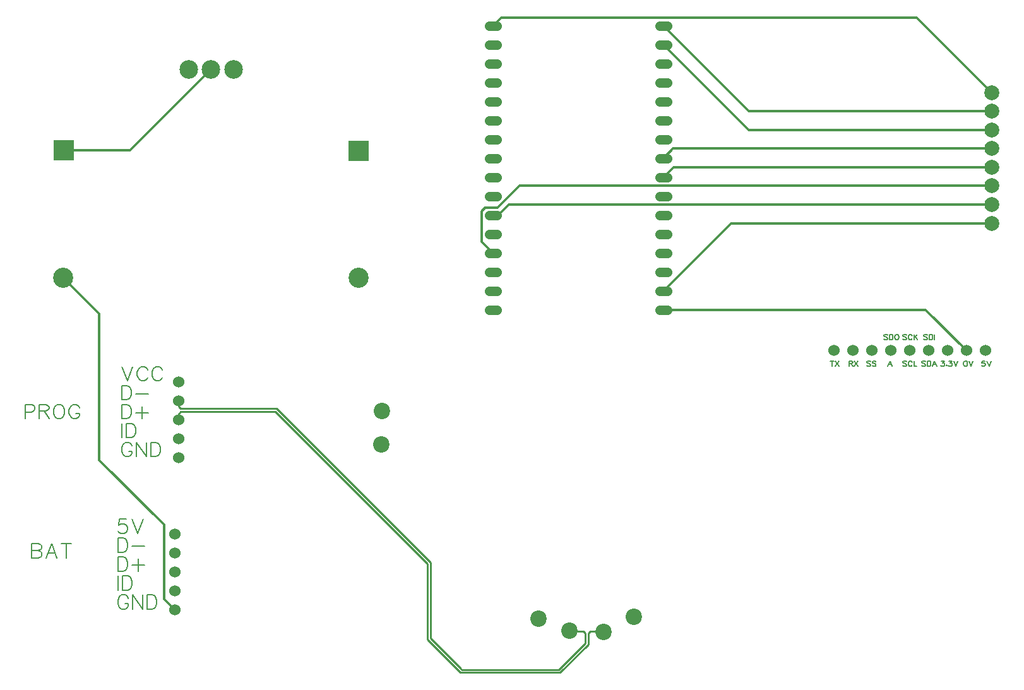
<source format=gtl>
G04 Layer: TopLayer*
G04 EasyEDA v6.3.43, 2020-05-15T22:20:22+02:00*
G04 2a45f1baba6d49658d6ac03e146227c1,5baed10d790843e69a81d1d62c5cb733,10*
G04 Gerber Generator version 0.2*
G04 Scale: 100 percent, Rotated: No, Reflected: No *
G04 Dimensions in millimeters *
G04 leading zeros omitted , absolute positions ,3 integer and 3 decimal *
%FSLAX33Y33*%
%MOMM*%
G90*
G71D02*

%ADD10C,0.254000*%
%ADD11C,0.299999*%
%ADD12C,0.203200*%
%ADD13C,0.152400*%
%ADD14C,1.524000*%
%ADD15C,2.499995*%
%ADD16C,2.199996*%
%ADD17C,1.999996*%
%ADD18C,2.700020*%
%ADD19R,2.700020X2.700020*%
%ADD20C,1.270000*%

%LPD*%
G54D10*
G01X26543Y37084D02*
G01X26543Y37866D01*
G01X26827Y38151D01*
G01X27843Y38151D01*
G01X39506Y38151D01*
G01X51520Y26137D01*
G01X59919Y17738D01*
G01X59919Y13335D01*
G01X59919Y7578D01*
G01X63983Y3514D01*
G01X64336Y3161D01*
G01X77675Y3161D01*
G01X81467Y6952D01*
G01X81467Y8131D01*
G01X81475Y8409D01*
G01X81767Y8685D01*
G01X83566Y8636D01*
G01X26543Y39624D02*
G01X26543Y38841D01*
G01X26827Y38556D01*
G01X27843Y38556D01*
G01X39675Y38556D01*
G01X51689Y26543D01*
G01X60325Y17906D01*
G01X60325Y13335D01*
G01X60325Y7747D01*
G01X64389Y3683D01*
G01X64505Y3566D01*
G01X77507Y3566D01*
G01X81061Y7120D01*
G01X81061Y8136D01*
G01X81069Y8421D01*
G01X80792Y8713D01*
G01X78994Y8763D01*
G54D11*
G01X135646Y65938D02*
G01X70840Y65938D01*
G01X69418Y64516D01*
G01X68707Y64516D01*
G01X68707Y59436D02*
G01X67190Y60952D01*
G01X67190Y65031D01*
G01X67663Y65504D01*
G01X69314Y65504D01*
G01X72252Y68440D01*
G01X135646Y68440D01*
G01X135646Y63439D02*
G01X100650Y63439D01*
G01X91567Y54356D01*
G01X135646Y75938D02*
G01X103004Y75938D01*
G01X91567Y87376D01*
G01X135646Y73439D02*
G01X92870Y73439D01*
G01X91567Y72136D01*
G01X135646Y70939D02*
G01X92910Y70939D01*
G01X91567Y69596D01*
G01X11107Y73197D02*
G01X20045Y73197D01*
G01X30894Y84046D01*
G01X11076Y56116D02*
G01X15923Y51269D01*
G01X15923Y31663D01*
G01X24610Y22976D01*
G01X24610Y12981D01*
G01X26035Y11557D01*
G01X135646Y80939D02*
G01X125544Y91038D01*
G01X69832Y91038D01*
G01X68707Y89916D01*
G01X91567Y89916D02*
G01X103042Y78440D01*
G01X135646Y78440D01*
G01X132207Y46355D02*
G01X126746Y51816D01*
G01X91567Y51816D01*
G54D12*
G01X6858Y20464D02*
G01X6858Y18526D01*
G01X6858Y20464D02*
G01X7688Y20464D01*
G01X7965Y20373D01*
G01X8059Y20281D01*
G01X8150Y20096D01*
G01X8150Y19911D01*
G01X8059Y19725D01*
G01X7965Y19634D01*
G01X7688Y19542D01*
G01X6858Y19542D02*
G01X7688Y19542D01*
G01X7965Y19448D01*
G01X8059Y19357D01*
G01X8150Y19171D01*
G01X8150Y18895D01*
G01X8059Y18709D01*
G01X7965Y18618D01*
G01X7688Y18526D01*
G01X6858Y18526D01*
G01X9499Y20464D02*
G01X8760Y18526D01*
G01X9499Y20464D02*
G01X10238Y18526D01*
G01X9037Y19171D02*
G01X9961Y19171D01*
G01X11493Y20464D02*
G01X11493Y18526D01*
G01X10848Y20464D02*
G01X12141Y20464D01*
G01X5969Y39133D02*
G01X5969Y37195D01*
G01X5969Y39133D02*
G01X6799Y39133D01*
G01X7076Y39042D01*
G01X7170Y38950D01*
G01X7261Y38765D01*
G01X7261Y38488D01*
G01X7170Y38303D01*
G01X7076Y38211D01*
G01X6799Y38117D01*
G01X5969Y38117D01*
G01X7871Y39133D02*
G01X7871Y37195D01*
G01X7871Y39133D02*
G01X8702Y39133D01*
G01X8978Y39042D01*
G01X9072Y38950D01*
G01X9164Y38765D01*
G01X9164Y38580D01*
G01X9072Y38394D01*
G01X8978Y38303D01*
G01X8702Y38211D01*
G01X7871Y38211D01*
G01X8519Y38211D02*
G01X9164Y37195D01*
G01X10327Y39133D02*
G01X10144Y39042D01*
G01X9959Y38856D01*
G01X9867Y38671D01*
G01X9773Y38394D01*
G01X9773Y37934D01*
G01X9867Y37655D01*
G01X9959Y37472D01*
G01X10144Y37287D01*
G01X10327Y37195D01*
G01X10698Y37195D01*
G01X10883Y37287D01*
G01X11066Y37472D01*
G01X11160Y37655D01*
G01X11252Y37934D01*
G01X11252Y38394D01*
G01X11160Y38671D01*
G01X11066Y38856D01*
G01X10883Y39042D01*
G01X10698Y39133D01*
G01X10327Y39133D01*
G01X13246Y38671D02*
G01X13154Y38856D01*
G01X12969Y39042D01*
G01X12786Y39133D01*
G01X12415Y39133D01*
G01X12230Y39042D01*
G01X12047Y38856D01*
G01X11953Y38671D01*
G01X11861Y38394D01*
G01X11861Y37934D01*
G01X11953Y37655D01*
G01X12047Y37472D01*
G01X12230Y37287D01*
G01X12415Y37195D01*
G01X12786Y37195D01*
G01X12969Y37287D01*
G01X13154Y37472D01*
G01X13246Y37655D01*
G01X13246Y37934D01*
G01X12786Y37934D02*
G01X13246Y37934D01*
G01X19522Y23766D02*
G01X18600Y23766D01*
G01X18506Y22936D01*
G01X18600Y23027D01*
G01X18877Y23121D01*
G01X19154Y23121D01*
G01X19431Y23027D01*
G01X19616Y22844D01*
G01X19707Y22567D01*
G01X19707Y22382D01*
G01X19616Y22105D01*
G01X19431Y21920D01*
G01X19154Y21828D01*
G01X18877Y21828D01*
G01X18600Y21920D01*
G01X18506Y22011D01*
G01X18415Y22197D01*
G01X20317Y23766D02*
G01X21056Y21828D01*
G01X21795Y23766D02*
G01X21056Y21828D01*
G01X18415Y21226D02*
G01X18415Y19288D01*
G01X18415Y21226D02*
G01X19062Y21226D01*
G01X19339Y21135D01*
G01X19522Y20949D01*
G01X19616Y20764D01*
G01X19707Y20487D01*
G01X19707Y20027D01*
G01X19616Y19748D01*
G01X19522Y19565D01*
G01X19339Y19380D01*
G01X19062Y19288D01*
G01X18415Y19288D01*
G01X20317Y20119D02*
G01X21981Y20119D01*
G01X18415Y18686D02*
G01X18415Y16748D01*
G01X18415Y18686D02*
G01X19062Y18686D01*
G01X19339Y18595D01*
G01X19522Y18409D01*
G01X19616Y18224D01*
G01X19707Y17947D01*
G01X19707Y17487D01*
G01X19616Y17208D01*
G01X19522Y17025D01*
G01X19339Y16840D01*
G01X19062Y16748D01*
G01X18415Y16748D01*
G01X21148Y18409D02*
G01X21148Y16748D01*
G01X20317Y17579D02*
G01X21981Y17579D01*
G01X18415Y16146D02*
G01X18415Y14208D01*
G01X19024Y16146D02*
G01X19024Y14208D01*
G01X19024Y16146D02*
G01X19672Y16146D01*
G01X19949Y16055D01*
G01X20132Y15869D01*
G01X20226Y15684D01*
G01X20317Y15407D01*
G01X20317Y14947D01*
G01X20226Y14668D01*
G01X20132Y14485D01*
G01X19949Y14300D01*
G01X19672Y14208D01*
G01X19024Y14208D01*
G01X19799Y13144D02*
G01X19707Y13329D01*
G01X19522Y13515D01*
G01X19339Y13606D01*
G01X18968Y13606D01*
G01X18783Y13515D01*
G01X18600Y13329D01*
G01X18506Y13144D01*
G01X18415Y12867D01*
G01X18415Y12407D01*
G01X18506Y12128D01*
G01X18600Y11945D01*
G01X18783Y11760D01*
G01X18968Y11668D01*
G01X19339Y11668D01*
G01X19522Y11760D01*
G01X19707Y11945D01*
G01X19799Y12128D01*
G01X19799Y12407D01*
G01X19339Y12407D02*
G01X19799Y12407D01*
G01X20408Y13606D02*
G01X20408Y11668D01*
G01X20408Y13606D02*
G01X21704Y11668D01*
G01X21704Y13606D02*
G01X21704Y11668D01*
G01X22313Y13606D02*
G01X22313Y11668D01*
G01X22313Y13606D02*
G01X22959Y13606D01*
G01X23235Y13515D01*
G01X23421Y13329D01*
G01X23512Y13144D01*
G01X23606Y12867D01*
G01X23606Y12407D01*
G01X23512Y12128D01*
G01X23421Y11945D01*
G01X23235Y11760D01*
G01X22959Y11668D01*
G01X22313Y11668D01*
G01X18923Y44213D02*
G01X19662Y42275D01*
G01X20401Y44213D02*
G01X19662Y42275D01*
G01X22395Y43751D02*
G01X22303Y43936D01*
G01X22118Y44122D01*
G01X21932Y44213D01*
G01X21564Y44213D01*
G01X21379Y44122D01*
G01X21196Y43936D01*
G01X21102Y43751D01*
G01X21010Y43474D01*
G01X21010Y43014D01*
G01X21102Y42735D01*
G01X21196Y42552D01*
G01X21379Y42367D01*
G01X21564Y42275D01*
G01X21932Y42275D01*
G01X22118Y42367D01*
G01X22303Y42552D01*
G01X22395Y42735D01*
G01X24391Y43751D02*
G01X24297Y43936D01*
G01X24114Y44122D01*
G01X23929Y44213D01*
G01X23558Y44213D01*
G01X23375Y44122D01*
G01X23190Y43936D01*
G01X23098Y43751D01*
G01X23004Y43474D01*
G01X23004Y43014D01*
G01X23098Y42735D01*
G01X23190Y42552D01*
G01X23375Y42367D01*
G01X23558Y42275D01*
G01X23929Y42275D01*
G01X24114Y42367D01*
G01X24297Y42552D01*
G01X24391Y42735D01*
G01X18923Y41673D02*
G01X18923Y39735D01*
G01X18923Y41673D02*
G01X19570Y41673D01*
G01X19847Y41582D01*
G01X20030Y41396D01*
G01X20124Y41211D01*
G01X20215Y40934D01*
G01X20215Y40474D01*
G01X20124Y40195D01*
G01X20030Y40012D01*
G01X19847Y39827D01*
G01X19570Y39735D01*
G01X18923Y39735D01*
G01X20825Y40566D02*
G01X22489Y40566D01*
G01X18923Y39133D02*
G01X18923Y37195D01*
G01X18923Y39133D02*
G01X19570Y39133D01*
G01X19847Y39042D01*
G01X20030Y38856D01*
G01X20124Y38671D01*
G01X20215Y38394D01*
G01X20215Y37934D01*
G01X20124Y37655D01*
G01X20030Y37472D01*
G01X19847Y37287D01*
G01X19570Y37195D01*
G01X18923Y37195D01*
G01X21656Y38856D02*
G01X21656Y37195D01*
G01X20825Y38026D02*
G01X22489Y38026D01*
G01X18923Y36593D02*
G01X18923Y34655D01*
G01X19532Y36593D02*
G01X19532Y34655D01*
G01X19532Y36593D02*
G01X20180Y36593D01*
G01X20457Y36502D01*
G01X20640Y36316D01*
G01X20734Y36131D01*
G01X20825Y35854D01*
G01X20825Y35394D01*
G01X20734Y35115D01*
G01X20640Y34932D01*
G01X20457Y34747D01*
G01X20180Y34655D01*
G01X19532Y34655D01*
G01X20307Y33591D02*
G01X20215Y33776D01*
G01X20030Y33962D01*
G01X19847Y34053D01*
G01X19476Y34053D01*
G01X19291Y33962D01*
G01X19108Y33776D01*
G01X19014Y33591D01*
G01X18923Y33314D01*
G01X18923Y32854D01*
G01X19014Y32575D01*
G01X19108Y32392D01*
G01X19291Y32207D01*
G01X19476Y32115D01*
G01X19847Y32115D01*
G01X20030Y32207D01*
G01X20215Y32392D01*
G01X20307Y32575D01*
G01X20307Y32854D01*
G01X19847Y32854D02*
G01X20307Y32854D01*
G01X20916Y34053D02*
G01X20916Y32115D01*
G01X20916Y34053D02*
G01X22212Y32115D01*
G01X22212Y34053D02*
G01X22212Y32115D01*
G01X22821Y34053D02*
G01X22821Y32115D01*
G01X22821Y34053D02*
G01X23467Y34053D01*
G01X23743Y33962D01*
G01X23929Y33776D01*
G01X24020Y33591D01*
G01X24114Y33314D01*
G01X24114Y32854D01*
G01X24020Y32575D01*
G01X23929Y32392D01*
G01X23743Y32207D01*
G01X23467Y32115D01*
G01X22821Y32115D01*
G54D13*
G01X134655Y44965D02*
G01X134307Y44965D01*
G01X134274Y44653D01*
G01X134307Y44688D01*
G01X134411Y44721D01*
G01X134515Y44721D01*
G01X134620Y44688D01*
G01X134688Y44617D01*
G01X134724Y44513D01*
G01X134724Y44444D01*
G01X134688Y44340D01*
G01X134620Y44272D01*
G01X134515Y44236D01*
G01X134411Y44236D01*
G01X134307Y44272D01*
G01X134274Y44307D01*
G01X134239Y44376D01*
G01X134952Y44965D02*
G01X135229Y44236D01*
G01X135506Y44965D02*
G01X135229Y44236D01*
G01X132034Y44965D02*
G01X131930Y44930D01*
G01X131861Y44825D01*
G01X131826Y44653D01*
G01X131826Y44549D01*
G01X131861Y44376D01*
G01X131930Y44272D01*
G01X132034Y44236D01*
G01X132102Y44236D01*
G01X132207Y44272D01*
G01X132275Y44376D01*
G01X132311Y44549D01*
G01X132311Y44653D01*
G01X132275Y44825D01*
G01X132207Y44930D01*
G01X132102Y44965D01*
G01X132034Y44965D01*
G01X132539Y44965D02*
G01X132816Y44236D01*
G01X133093Y44965D02*
G01X132816Y44236D01*
G01X128846Y44965D02*
G01X129227Y44965D01*
G01X129019Y44688D01*
G01X129123Y44688D01*
G01X129194Y44653D01*
G01X129227Y44617D01*
G01X129263Y44513D01*
G01X129263Y44444D01*
G01X129227Y44340D01*
G01X129159Y44272D01*
G01X129054Y44236D01*
G01X128950Y44236D01*
G01X128846Y44272D01*
G01X128813Y44307D01*
G01X128778Y44376D01*
G01X129527Y44411D02*
G01X129491Y44376D01*
G01X129527Y44340D01*
G01X129560Y44376D01*
G01X129527Y44411D01*
G01X129857Y44965D02*
G01X130238Y44965D01*
G01X130032Y44688D01*
G01X130136Y44688D01*
G01X130205Y44653D01*
G01X130238Y44617D01*
G01X130274Y44513D01*
G01X130274Y44444D01*
G01X130238Y44340D01*
G01X130169Y44272D01*
G01X130065Y44236D01*
G01X129961Y44236D01*
G01X129857Y44272D01*
G01X129824Y44307D01*
G01X129788Y44376D01*
G01X130502Y44965D02*
G01X130779Y44236D01*
G01X131056Y44965D02*
G01X130779Y44236D01*
G01X126723Y44861D02*
G01X126654Y44930D01*
G01X126550Y44965D01*
G01X126410Y44965D01*
G01X126306Y44930D01*
G01X126238Y44861D01*
G01X126238Y44792D01*
G01X126273Y44721D01*
G01X126306Y44688D01*
G01X126377Y44653D01*
G01X126583Y44584D01*
G01X126654Y44549D01*
G01X126687Y44513D01*
G01X126723Y44444D01*
G01X126723Y44340D01*
G01X126654Y44272D01*
G01X126550Y44236D01*
G01X126410Y44236D01*
G01X126306Y44272D01*
G01X126238Y44340D01*
G01X126951Y44965D02*
G01X126951Y44236D01*
G01X126951Y44965D02*
G01X127193Y44965D01*
G01X127297Y44930D01*
G01X127368Y44861D01*
G01X127401Y44792D01*
G01X127436Y44688D01*
G01X127436Y44513D01*
G01X127401Y44411D01*
G01X127368Y44340D01*
G01X127297Y44272D01*
G01X127193Y44236D01*
G01X126951Y44236D01*
G01X127942Y44965D02*
G01X127665Y44236D01*
G01X127942Y44965D02*
G01X128219Y44236D01*
G01X127769Y44480D02*
G01X128115Y44480D01*
G01X126977Y48417D02*
G01X126908Y48486D01*
G01X126804Y48521D01*
G01X126664Y48521D01*
G01X126560Y48486D01*
G01X126492Y48417D01*
G01X126492Y48348D01*
G01X126527Y48277D01*
G01X126560Y48244D01*
G01X126631Y48209D01*
G01X126837Y48140D01*
G01X126908Y48105D01*
G01X126941Y48069D01*
G01X126977Y48000D01*
G01X126977Y47896D01*
G01X126908Y47828D01*
G01X126804Y47792D01*
G01X126664Y47792D01*
G01X126560Y47828D01*
G01X126492Y47896D01*
G01X127205Y48521D02*
G01X127205Y47792D01*
G01X127205Y48521D02*
G01X127447Y48521D01*
G01X127551Y48486D01*
G01X127622Y48417D01*
G01X127655Y48348D01*
G01X127690Y48244D01*
G01X127690Y48069D01*
G01X127655Y47967D01*
G01X127622Y47896D01*
G01X127551Y47828D01*
G01X127447Y47792D01*
G01X127205Y47792D01*
G01X127919Y48521D02*
G01X127919Y47792D01*
G01X124183Y48417D02*
G01X124114Y48486D01*
G01X124010Y48521D01*
G01X123870Y48521D01*
G01X123766Y48486D01*
G01X123698Y48417D01*
G01X123698Y48348D01*
G01X123733Y48277D01*
G01X123766Y48244D01*
G01X123837Y48209D01*
G01X124043Y48140D01*
G01X124114Y48105D01*
G01X124147Y48069D01*
G01X124183Y48000D01*
G01X124183Y47896D01*
G01X124114Y47828D01*
G01X124010Y47792D01*
G01X123870Y47792D01*
G01X123766Y47828D01*
G01X123698Y47896D01*
G01X124929Y48348D02*
G01X124896Y48417D01*
G01X124828Y48486D01*
G01X124757Y48521D01*
G01X124620Y48521D01*
G01X124548Y48486D01*
G01X124480Y48417D01*
G01X124447Y48348D01*
G01X124411Y48244D01*
G01X124411Y48069D01*
G01X124447Y47967D01*
G01X124480Y47896D01*
G01X124548Y47828D01*
G01X124620Y47792D01*
G01X124757Y47792D01*
G01X124828Y47828D01*
G01X124896Y47896D01*
G01X124929Y47967D01*
G01X125158Y48521D02*
G01X125158Y47792D01*
G01X125643Y48521D02*
G01X125158Y48036D01*
G01X125333Y48209D02*
G01X125643Y47792D01*
G01X124183Y44861D02*
G01X124114Y44930D01*
G01X124010Y44965D01*
G01X123870Y44965D01*
G01X123766Y44930D01*
G01X123698Y44861D01*
G01X123698Y44792D01*
G01X123733Y44721D01*
G01X123766Y44688D01*
G01X123837Y44653D01*
G01X124043Y44584D01*
G01X124114Y44549D01*
G01X124147Y44513D01*
G01X124183Y44444D01*
G01X124183Y44340D01*
G01X124114Y44272D01*
G01X124010Y44236D01*
G01X123870Y44236D01*
G01X123766Y44272D01*
G01X123698Y44340D01*
G01X124929Y44792D02*
G01X124896Y44861D01*
G01X124828Y44930D01*
G01X124757Y44965D01*
G01X124620Y44965D01*
G01X124548Y44930D01*
G01X124480Y44861D01*
G01X124447Y44792D01*
G01X124411Y44688D01*
G01X124411Y44513D01*
G01X124447Y44411D01*
G01X124480Y44340D01*
G01X124548Y44272D01*
G01X124620Y44236D01*
G01X124757Y44236D01*
G01X124828Y44272D01*
G01X124896Y44340D01*
G01X124929Y44411D01*
G01X125158Y44965D02*
G01X125158Y44236D01*
G01X125158Y44236D02*
G01X125575Y44236D01*
G01X121643Y48417D02*
G01X121574Y48486D01*
G01X121470Y48521D01*
G01X121330Y48521D01*
G01X121226Y48486D01*
G01X121158Y48417D01*
G01X121158Y48348D01*
G01X121193Y48277D01*
G01X121226Y48244D01*
G01X121297Y48209D01*
G01X121503Y48140D01*
G01X121574Y48105D01*
G01X121607Y48069D01*
G01X121643Y48000D01*
G01X121643Y47896D01*
G01X121574Y47828D01*
G01X121470Y47792D01*
G01X121330Y47792D01*
G01X121226Y47828D01*
G01X121158Y47896D01*
G01X121871Y48521D02*
G01X121871Y47792D01*
G01X121871Y48521D02*
G01X122113Y48521D01*
G01X122217Y48486D01*
G01X122288Y48417D01*
G01X122321Y48348D01*
G01X122356Y48244D01*
G01X122356Y48069D01*
G01X122321Y47967D01*
G01X122288Y47896D01*
G01X122217Y47828D01*
G01X122113Y47792D01*
G01X121871Y47792D01*
G01X122793Y48521D02*
G01X122722Y48486D01*
G01X122654Y48417D01*
G01X122618Y48348D01*
G01X122585Y48244D01*
G01X122585Y48069D01*
G01X122618Y47967D01*
G01X122654Y47896D01*
G01X122722Y47828D01*
G01X122793Y47792D01*
G01X122930Y47792D01*
G01X122999Y47828D01*
G01X123070Y47896D01*
G01X123103Y47967D01*
G01X123139Y48069D01*
G01X123139Y48244D01*
G01X123103Y48348D01*
G01X123070Y48417D01*
G01X122999Y48486D01*
G01X122930Y48521D01*
G01X122793Y48521D01*
G01X121942Y44965D02*
G01X121666Y44236D01*
G01X121942Y44965D02*
G01X122219Y44236D01*
G01X121770Y44480D02*
G01X122115Y44480D01*
G01X119357Y44861D02*
G01X119288Y44930D01*
G01X119184Y44965D01*
G01X119044Y44965D01*
G01X118940Y44930D01*
G01X118872Y44861D01*
G01X118872Y44792D01*
G01X118907Y44721D01*
G01X118940Y44688D01*
G01X119011Y44653D01*
G01X119217Y44584D01*
G01X119288Y44549D01*
G01X119321Y44513D01*
G01X119357Y44444D01*
G01X119357Y44340D01*
G01X119288Y44272D01*
G01X119184Y44236D01*
G01X119044Y44236D01*
G01X118940Y44272D01*
G01X118872Y44340D01*
G01X120070Y44861D02*
G01X120002Y44930D01*
G01X119898Y44965D01*
G01X119758Y44965D01*
G01X119654Y44930D01*
G01X119585Y44861D01*
G01X119585Y44792D01*
G01X119621Y44721D01*
G01X119654Y44688D01*
G01X119722Y44653D01*
G01X119931Y44584D01*
G01X120002Y44549D01*
G01X120035Y44513D01*
G01X120070Y44444D01*
G01X120070Y44340D01*
G01X120002Y44272D01*
G01X119898Y44236D01*
G01X119758Y44236D01*
G01X119654Y44272D01*
G01X119585Y44340D01*
G01X116459Y44965D02*
G01X116459Y44236D01*
G01X116459Y44965D02*
G01X116771Y44965D01*
G01X116875Y44930D01*
G01X116908Y44894D01*
G01X116944Y44825D01*
G01X116944Y44757D01*
G01X116908Y44688D01*
G01X116875Y44653D01*
G01X116771Y44617D01*
G01X116459Y44617D01*
G01X116700Y44617D02*
G01X116944Y44236D01*
G01X117172Y44965D02*
G01X117657Y44236D01*
G01X117657Y44965D02*
G01X117172Y44236D01*
G01X114160Y44965D02*
G01X114160Y44236D01*
G01X113919Y44965D02*
G01X114404Y44965D01*
G01X114632Y44965D02*
G01X115117Y44236D01*
G01X115117Y44965D02*
G01X114632Y44236D01*
G54D14*
G01X26035Y21717D03*
G01X26035Y19177D03*
G01X26035Y16637D03*
G01X26035Y14097D03*
G01X26035Y11557D03*
G01X26543Y42164D03*
G01X26543Y39624D03*
G01X26543Y37084D03*
G01X26543Y34544D03*
G01X26543Y32004D03*
G54D15*
G01X33893Y84046D03*
G01X30894Y84046D03*
G01X27894Y84046D03*
G54D16*
G01X74803Y10414D03*
G01X53721Y33782D03*
G01X53848Y38227D03*
G01X78994Y8763D03*
G01X83566Y8636D03*
G01X87630Y10668D03*
G54D17*
G01X135645Y63439D03*
G01X135645Y65939D03*
G01X135645Y68441D03*
G01X135645Y70940D03*
G01X135645Y73439D03*
G01X135645Y75939D03*
G01X135645Y80940D03*
G01X135645Y78441D03*
G54D18*
G01X11076Y56116D03*
G54D19*
G01X11107Y73197D03*
G01X50705Y73137D03*
G54D18*
G01X50706Y56121D03*
G54D14*
G01X116967Y46355D03*
G01X119507Y46355D03*
G01X122047Y46355D03*
G01X124587Y46355D03*
G01X127127Y46355D03*
G01X129667Y46355D03*
G01X132207Y46355D03*
G01X134747Y46355D03*
G01X114427Y46355D03*
G54D20*
G01X91059Y59436D02*
G01X92075Y59436D01*
G01X91059Y61976D02*
G01X92075Y61976D01*
G01X91059Y64516D02*
G01X92075Y64516D01*
G01X91059Y67056D02*
G01X92075Y67056D01*
G01X91059Y51816D02*
G01X92075Y51816D01*
G01X91059Y69596D02*
G01X92075Y69596D01*
G01X91059Y72136D02*
G01X92075Y72136D01*
G01X91059Y87376D02*
G01X92075Y87376D01*
G01X91059Y74676D02*
G01X92075Y74676D01*
G01X68199Y54356D02*
G01X69215Y54356D01*
G01X91059Y56896D02*
G01X92075Y56896D01*
G01X91059Y77216D02*
G01X92075Y77216D01*
G01X91059Y84836D02*
G01X92075Y84836D01*
G01X91059Y79756D02*
G01X92075Y79756D01*
G01X91059Y82296D02*
G01X92075Y82296D01*
G01X91059Y89916D02*
G01X92075Y89916D01*
G01X68199Y89916D02*
G01X69215Y89916D01*
G01X68199Y87376D02*
G01X69215Y87376D01*
G01X68199Y84836D02*
G01X69215Y84836D01*
G01X68199Y82296D02*
G01X69215Y82296D01*
G01X68199Y79756D02*
G01X69215Y79756D01*
G01X68199Y77216D02*
G01X69215Y77216D01*
G01X68199Y74676D02*
G01X69215Y74676D01*
G01X91059Y54356D02*
G01X92075Y54356D01*
G01X68199Y56896D02*
G01X69215Y56896D01*
G01X68199Y59436D02*
G01X69215Y59436D01*
G01X68199Y61976D02*
G01X69215Y61976D01*
G01X68199Y64516D02*
G01X69215Y64516D01*
G01X68199Y67056D02*
G01X69215Y67056D01*
G01X68199Y69596D02*
G01X69215Y69596D01*
G01X68199Y72136D02*
G01X69215Y72136D01*
G01X68199Y51816D02*
G01X69215Y51816D01*
M00*
M02*

</source>
